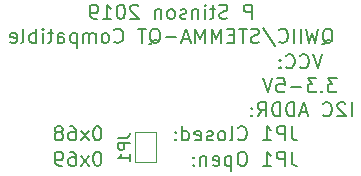
<source format=gbo>
G04 #@! TF.FileFunction,Legend,Bot*
%FSLAX46Y46*%
G04 Gerber Fmt 4.6, Leading zero omitted, Abs format (unit mm)*
G04 Created by KiCad (PCBNEW 4.0.7) date 08/23/19 12:17:46*
%MOMM*%
%LPD*%
G01*
G04 APERTURE LIST*
%ADD10C,0.100000*%
%ADD11C,0.200000*%
%ADD12C,0.120000*%
%ADD13C,0.150000*%
G04 APERTURE END LIST*
D10*
D11*
X143036714Y-108816857D02*
X142922429Y-108816857D01*
X142808143Y-108874000D01*
X142751000Y-108931143D01*
X142693857Y-109045429D01*
X142636714Y-109274000D01*
X142636714Y-109559714D01*
X142693857Y-109788286D01*
X142751000Y-109902571D01*
X142808143Y-109959714D01*
X142922429Y-110016857D01*
X143036714Y-110016857D01*
X143151000Y-109959714D01*
X143208143Y-109902571D01*
X143265286Y-109788286D01*
X143322429Y-109559714D01*
X143322429Y-109274000D01*
X143265286Y-109045429D01*
X143208143Y-108931143D01*
X143151000Y-108874000D01*
X143036714Y-108816857D01*
X142236714Y-110016857D02*
X141608143Y-109216857D01*
X142236714Y-109216857D02*
X141608143Y-110016857D01*
X140636714Y-108816857D02*
X140865285Y-108816857D01*
X140979571Y-108874000D01*
X141036714Y-108931143D01*
X141151000Y-109102571D01*
X141208143Y-109331143D01*
X141208143Y-109788286D01*
X141151000Y-109902571D01*
X141093857Y-109959714D01*
X140979571Y-110016857D01*
X140751000Y-110016857D01*
X140636714Y-109959714D01*
X140579571Y-109902571D01*
X140522428Y-109788286D01*
X140522428Y-109502571D01*
X140579571Y-109388286D01*
X140636714Y-109331143D01*
X140751000Y-109274000D01*
X140979571Y-109274000D01*
X141093857Y-109331143D01*
X141151000Y-109388286D01*
X141208143Y-109502571D01*
X139951000Y-110016857D02*
X139722428Y-110016857D01*
X139608143Y-109959714D01*
X139551000Y-109902571D01*
X139436714Y-109731143D01*
X139379571Y-109502571D01*
X139379571Y-109045429D01*
X139436714Y-108931143D01*
X139493857Y-108874000D01*
X139608143Y-108816857D01*
X139836714Y-108816857D01*
X139951000Y-108874000D01*
X140008143Y-108931143D01*
X140065286Y-109045429D01*
X140065286Y-109331143D01*
X140008143Y-109445429D01*
X139951000Y-109502571D01*
X139836714Y-109559714D01*
X139608143Y-109559714D01*
X139493857Y-109502571D01*
X139436714Y-109445429D01*
X139379571Y-109331143D01*
X143036714Y-106657857D02*
X142922429Y-106657857D01*
X142808143Y-106715000D01*
X142751000Y-106772143D01*
X142693857Y-106886429D01*
X142636714Y-107115000D01*
X142636714Y-107400714D01*
X142693857Y-107629286D01*
X142751000Y-107743571D01*
X142808143Y-107800714D01*
X142922429Y-107857857D01*
X143036714Y-107857857D01*
X143151000Y-107800714D01*
X143208143Y-107743571D01*
X143265286Y-107629286D01*
X143322429Y-107400714D01*
X143322429Y-107115000D01*
X143265286Y-106886429D01*
X143208143Y-106772143D01*
X143151000Y-106715000D01*
X143036714Y-106657857D01*
X142236714Y-107857857D02*
X141608143Y-107057857D01*
X142236714Y-107057857D02*
X141608143Y-107857857D01*
X140636714Y-106657857D02*
X140865285Y-106657857D01*
X140979571Y-106715000D01*
X141036714Y-106772143D01*
X141151000Y-106943571D01*
X141208143Y-107172143D01*
X141208143Y-107629286D01*
X141151000Y-107743571D01*
X141093857Y-107800714D01*
X140979571Y-107857857D01*
X140751000Y-107857857D01*
X140636714Y-107800714D01*
X140579571Y-107743571D01*
X140522428Y-107629286D01*
X140522428Y-107343571D01*
X140579571Y-107229286D01*
X140636714Y-107172143D01*
X140751000Y-107115000D01*
X140979571Y-107115000D01*
X141093857Y-107172143D01*
X141151000Y-107229286D01*
X141208143Y-107343571D01*
X139836714Y-107172143D02*
X139951000Y-107115000D01*
X140008143Y-107057857D01*
X140065286Y-106943571D01*
X140065286Y-106886429D01*
X140008143Y-106772143D01*
X139951000Y-106715000D01*
X139836714Y-106657857D01*
X139608143Y-106657857D01*
X139493857Y-106715000D01*
X139436714Y-106772143D01*
X139379571Y-106886429D01*
X139379571Y-106943571D01*
X139436714Y-107057857D01*
X139493857Y-107115000D01*
X139608143Y-107172143D01*
X139836714Y-107172143D01*
X139951000Y-107229286D01*
X140008143Y-107286429D01*
X140065286Y-107400714D01*
X140065286Y-107629286D01*
X140008143Y-107743571D01*
X139951000Y-107800714D01*
X139836714Y-107857857D01*
X139608143Y-107857857D01*
X139493857Y-107800714D01*
X139436714Y-107743571D01*
X139379571Y-107629286D01*
X139379571Y-107400714D01*
X139436714Y-107286429D01*
X139493857Y-107229286D01*
X139608143Y-107172143D01*
X159428857Y-106657857D02*
X159428857Y-107515000D01*
X159485999Y-107686429D01*
X159600285Y-107800714D01*
X159771714Y-107857857D01*
X159885999Y-107857857D01*
X158857428Y-107857857D02*
X158857428Y-106657857D01*
X158400285Y-106657857D01*
X158285999Y-106715000D01*
X158228856Y-106772143D01*
X158171713Y-106886429D01*
X158171713Y-107057857D01*
X158228856Y-107172143D01*
X158285999Y-107229286D01*
X158400285Y-107286429D01*
X158857428Y-107286429D01*
X157028856Y-107857857D02*
X157714571Y-107857857D01*
X157371713Y-107857857D02*
X157371713Y-106657857D01*
X157485999Y-106829286D01*
X157600285Y-106943571D01*
X157714571Y-107000714D01*
X154914570Y-107743571D02*
X154971713Y-107800714D01*
X155143142Y-107857857D01*
X155257428Y-107857857D01*
X155428856Y-107800714D01*
X155543142Y-107686429D01*
X155600285Y-107572143D01*
X155657428Y-107343571D01*
X155657428Y-107172143D01*
X155600285Y-106943571D01*
X155543142Y-106829286D01*
X155428856Y-106715000D01*
X155257428Y-106657857D01*
X155143142Y-106657857D01*
X154971713Y-106715000D01*
X154914570Y-106772143D01*
X154228856Y-107857857D02*
X154343142Y-107800714D01*
X154400285Y-107686429D01*
X154400285Y-106657857D01*
X153600285Y-107857857D02*
X153714571Y-107800714D01*
X153771714Y-107743571D01*
X153828857Y-107629286D01*
X153828857Y-107286429D01*
X153771714Y-107172143D01*
X153714571Y-107115000D01*
X153600285Y-107057857D01*
X153428857Y-107057857D01*
X153314571Y-107115000D01*
X153257428Y-107172143D01*
X153200285Y-107286429D01*
X153200285Y-107629286D01*
X153257428Y-107743571D01*
X153314571Y-107800714D01*
X153428857Y-107857857D01*
X153600285Y-107857857D01*
X152743143Y-107800714D02*
X152628857Y-107857857D01*
X152400285Y-107857857D01*
X152286000Y-107800714D01*
X152228857Y-107686429D01*
X152228857Y-107629286D01*
X152286000Y-107515000D01*
X152400285Y-107457857D01*
X152571714Y-107457857D01*
X152686000Y-107400714D01*
X152743143Y-107286429D01*
X152743143Y-107229286D01*
X152686000Y-107115000D01*
X152571714Y-107057857D01*
X152400285Y-107057857D01*
X152286000Y-107115000D01*
X151257428Y-107800714D02*
X151371714Y-107857857D01*
X151600285Y-107857857D01*
X151714571Y-107800714D01*
X151771714Y-107686429D01*
X151771714Y-107229286D01*
X151714571Y-107115000D01*
X151600285Y-107057857D01*
X151371714Y-107057857D01*
X151257428Y-107115000D01*
X151200285Y-107229286D01*
X151200285Y-107343571D01*
X151771714Y-107457857D01*
X150171714Y-107857857D02*
X150171714Y-106657857D01*
X150171714Y-107800714D02*
X150286000Y-107857857D01*
X150514571Y-107857857D01*
X150628857Y-107800714D01*
X150686000Y-107743571D01*
X150743143Y-107629286D01*
X150743143Y-107286429D01*
X150686000Y-107172143D01*
X150628857Y-107115000D01*
X150514571Y-107057857D01*
X150286000Y-107057857D01*
X150171714Y-107115000D01*
X149600286Y-107743571D02*
X149543143Y-107800714D01*
X149600286Y-107857857D01*
X149657429Y-107800714D01*
X149600286Y-107743571D01*
X149600286Y-107857857D01*
X149600286Y-107115000D02*
X149543143Y-107172143D01*
X149600286Y-107229286D01*
X149657429Y-107172143D01*
X149600286Y-107115000D01*
X149600286Y-107229286D01*
X159419429Y-108816857D02*
X159419429Y-109674000D01*
X159476571Y-109845429D01*
X159590857Y-109959714D01*
X159762286Y-110016857D01*
X159876571Y-110016857D01*
X158848000Y-110016857D02*
X158848000Y-108816857D01*
X158390857Y-108816857D01*
X158276571Y-108874000D01*
X158219428Y-108931143D01*
X158162285Y-109045429D01*
X158162285Y-109216857D01*
X158219428Y-109331143D01*
X158276571Y-109388286D01*
X158390857Y-109445429D01*
X158848000Y-109445429D01*
X157019428Y-110016857D02*
X157705143Y-110016857D01*
X157362285Y-110016857D02*
X157362285Y-108816857D01*
X157476571Y-108988286D01*
X157590857Y-109102571D01*
X157705143Y-109159714D01*
X155362285Y-108816857D02*
X155133714Y-108816857D01*
X155019428Y-108874000D01*
X154905142Y-108988286D01*
X154848000Y-109216857D01*
X154848000Y-109616857D01*
X154905142Y-109845429D01*
X155019428Y-109959714D01*
X155133714Y-110016857D01*
X155362285Y-110016857D01*
X155476571Y-109959714D01*
X155590857Y-109845429D01*
X155648000Y-109616857D01*
X155648000Y-109216857D01*
X155590857Y-108988286D01*
X155476571Y-108874000D01*
X155362285Y-108816857D01*
X154333714Y-109216857D02*
X154333714Y-110416857D01*
X154333714Y-109274000D02*
X154219428Y-109216857D01*
X153990857Y-109216857D01*
X153876571Y-109274000D01*
X153819428Y-109331143D01*
X153762285Y-109445429D01*
X153762285Y-109788286D01*
X153819428Y-109902571D01*
X153876571Y-109959714D01*
X153990857Y-110016857D01*
X154219428Y-110016857D01*
X154333714Y-109959714D01*
X152790857Y-109959714D02*
X152905143Y-110016857D01*
X153133714Y-110016857D01*
X153248000Y-109959714D01*
X153305143Y-109845429D01*
X153305143Y-109388286D01*
X153248000Y-109274000D01*
X153133714Y-109216857D01*
X152905143Y-109216857D01*
X152790857Y-109274000D01*
X152733714Y-109388286D01*
X152733714Y-109502571D01*
X153305143Y-109616857D01*
X152219429Y-109216857D02*
X152219429Y-110016857D01*
X152219429Y-109331143D02*
X152162286Y-109274000D01*
X152048000Y-109216857D01*
X151876572Y-109216857D01*
X151762286Y-109274000D01*
X151705143Y-109388286D01*
X151705143Y-110016857D01*
X151133715Y-109902571D02*
X151076572Y-109959714D01*
X151133715Y-110016857D01*
X151190858Y-109959714D01*
X151133715Y-109902571D01*
X151133715Y-110016857D01*
X151133715Y-109274000D02*
X151076572Y-109331143D01*
X151133715Y-109388286D01*
X151190858Y-109331143D01*
X151133715Y-109274000D01*
X151133715Y-109388286D01*
X164502572Y-105825857D02*
X164502572Y-104625857D01*
X163988286Y-104740143D02*
X163931143Y-104683000D01*
X163816857Y-104625857D01*
X163531143Y-104625857D01*
X163416857Y-104683000D01*
X163359714Y-104740143D01*
X163302571Y-104854429D01*
X163302571Y-104968714D01*
X163359714Y-105140143D01*
X164045428Y-105825857D01*
X163302571Y-105825857D01*
X162102571Y-105711571D02*
X162159714Y-105768714D01*
X162331143Y-105825857D01*
X162445429Y-105825857D01*
X162616857Y-105768714D01*
X162731143Y-105654429D01*
X162788286Y-105540143D01*
X162845429Y-105311571D01*
X162845429Y-105140143D01*
X162788286Y-104911571D01*
X162731143Y-104797286D01*
X162616857Y-104683000D01*
X162445429Y-104625857D01*
X162331143Y-104625857D01*
X162159714Y-104683000D01*
X162102571Y-104740143D01*
X160731143Y-105483000D02*
X160159714Y-105483000D01*
X160845428Y-105825857D02*
X160445428Y-104625857D01*
X160045428Y-105825857D01*
X159645429Y-105825857D02*
X159645429Y-104625857D01*
X159359714Y-104625857D01*
X159188286Y-104683000D01*
X159074000Y-104797286D01*
X159016857Y-104911571D01*
X158959714Y-105140143D01*
X158959714Y-105311571D01*
X159016857Y-105540143D01*
X159074000Y-105654429D01*
X159188286Y-105768714D01*
X159359714Y-105825857D01*
X159645429Y-105825857D01*
X158445429Y-105825857D02*
X158445429Y-104625857D01*
X158159714Y-104625857D01*
X157988286Y-104683000D01*
X157874000Y-104797286D01*
X157816857Y-104911571D01*
X157759714Y-105140143D01*
X157759714Y-105311571D01*
X157816857Y-105540143D01*
X157874000Y-105654429D01*
X157988286Y-105768714D01*
X158159714Y-105825857D01*
X158445429Y-105825857D01*
X156559714Y-105825857D02*
X156959714Y-105254429D01*
X157245429Y-105825857D02*
X157245429Y-104625857D01*
X156788286Y-104625857D01*
X156674000Y-104683000D01*
X156616857Y-104740143D01*
X156559714Y-104854429D01*
X156559714Y-105025857D01*
X156616857Y-105140143D01*
X156674000Y-105197286D01*
X156788286Y-105254429D01*
X157245429Y-105254429D01*
X156045429Y-105711571D02*
X155988286Y-105768714D01*
X156045429Y-105825857D01*
X156102572Y-105768714D01*
X156045429Y-105711571D01*
X156045429Y-105825857D01*
X156045429Y-105083000D02*
X155988286Y-105140143D01*
X156045429Y-105197286D01*
X156102572Y-105140143D01*
X156045429Y-105083000D01*
X156045429Y-105197286D01*
X163232713Y-102593857D02*
X162489856Y-102593857D01*
X162889856Y-103051000D01*
X162718428Y-103051000D01*
X162604142Y-103108143D01*
X162546999Y-103165286D01*
X162489856Y-103279571D01*
X162489856Y-103565286D01*
X162546999Y-103679571D01*
X162604142Y-103736714D01*
X162718428Y-103793857D01*
X163061285Y-103793857D01*
X163175571Y-103736714D01*
X163232713Y-103679571D01*
X161975571Y-103679571D02*
X161918428Y-103736714D01*
X161975571Y-103793857D01*
X162032714Y-103736714D01*
X161975571Y-103679571D01*
X161975571Y-103793857D01*
X161518427Y-102593857D02*
X160775570Y-102593857D01*
X161175570Y-103051000D01*
X161004142Y-103051000D01*
X160889856Y-103108143D01*
X160832713Y-103165286D01*
X160775570Y-103279571D01*
X160775570Y-103565286D01*
X160832713Y-103679571D01*
X160889856Y-103736714D01*
X161004142Y-103793857D01*
X161346999Y-103793857D01*
X161461285Y-103736714D01*
X161518427Y-103679571D01*
X160261285Y-103336714D02*
X159346999Y-103336714D01*
X158204142Y-102593857D02*
X158775571Y-102593857D01*
X158832714Y-103165286D01*
X158775571Y-103108143D01*
X158661285Y-103051000D01*
X158375571Y-103051000D01*
X158261285Y-103108143D01*
X158204142Y-103165286D01*
X158146999Y-103279571D01*
X158146999Y-103565286D01*
X158204142Y-103679571D01*
X158261285Y-103736714D01*
X158375571Y-103793857D01*
X158661285Y-103793857D01*
X158775571Y-103736714D01*
X158832714Y-103679571D01*
X157804142Y-102593857D02*
X157404142Y-103793857D01*
X157004142Y-102593857D01*
X162032714Y-100561857D02*
X161632714Y-101761857D01*
X161232714Y-100561857D01*
X160147000Y-101647571D02*
X160204143Y-101704714D01*
X160375572Y-101761857D01*
X160489858Y-101761857D01*
X160661286Y-101704714D01*
X160775572Y-101590429D01*
X160832715Y-101476143D01*
X160889858Y-101247571D01*
X160889858Y-101076143D01*
X160832715Y-100847571D01*
X160775572Y-100733286D01*
X160661286Y-100619000D01*
X160489858Y-100561857D01*
X160375572Y-100561857D01*
X160204143Y-100619000D01*
X160147000Y-100676143D01*
X158947000Y-101647571D02*
X159004143Y-101704714D01*
X159175572Y-101761857D01*
X159289858Y-101761857D01*
X159461286Y-101704714D01*
X159575572Y-101590429D01*
X159632715Y-101476143D01*
X159689858Y-101247571D01*
X159689858Y-101076143D01*
X159632715Y-100847571D01*
X159575572Y-100733286D01*
X159461286Y-100619000D01*
X159289858Y-100561857D01*
X159175572Y-100561857D01*
X159004143Y-100619000D01*
X158947000Y-100676143D01*
X158432715Y-101647571D02*
X158375572Y-101704714D01*
X158432715Y-101761857D01*
X158489858Y-101704714D01*
X158432715Y-101647571D01*
X158432715Y-101761857D01*
X158432715Y-101019000D02*
X158375572Y-101076143D01*
X158432715Y-101133286D01*
X158489858Y-101076143D01*
X158432715Y-101019000D01*
X158432715Y-101133286D01*
X162025000Y-99717143D02*
X162139285Y-99660000D01*
X162253571Y-99545714D01*
X162425000Y-99374286D01*
X162539285Y-99317143D01*
X162653571Y-99317143D01*
X162596428Y-99602857D02*
X162710714Y-99545714D01*
X162825000Y-99431429D01*
X162882143Y-99202857D01*
X162882143Y-98802857D01*
X162825000Y-98574286D01*
X162710714Y-98460000D01*
X162596428Y-98402857D01*
X162367857Y-98402857D01*
X162253571Y-98460000D01*
X162139285Y-98574286D01*
X162082143Y-98802857D01*
X162082143Y-99202857D01*
X162139285Y-99431429D01*
X162253571Y-99545714D01*
X162367857Y-99602857D01*
X162596428Y-99602857D01*
X161682142Y-98402857D02*
X161396428Y-99602857D01*
X161167857Y-98745714D01*
X160939285Y-99602857D01*
X160653571Y-98402857D01*
X160196428Y-99602857D02*
X160196428Y-98402857D01*
X159624999Y-99602857D02*
X159624999Y-98402857D01*
X158367855Y-99488571D02*
X158424998Y-99545714D01*
X158596427Y-99602857D01*
X158710713Y-99602857D01*
X158882141Y-99545714D01*
X158996427Y-99431429D01*
X159053570Y-99317143D01*
X159110713Y-99088571D01*
X159110713Y-98917143D01*
X159053570Y-98688571D01*
X158996427Y-98574286D01*
X158882141Y-98460000D01*
X158710713Y-98402857D01*
X158596427Y-98402857D01*
X158424998Y-98460000D01*
X158367855Y-98517143D01*
X156996427Y-98345714D02*
X158024998Y-99888571D01*
X156653570Y-99545714D02*
X156482141Y-99602857D01*
X156196427Y-99602857D01*
X156082141Y-99545714D01*
X156024998Y-99488571D01*
X155967855Y-99374286D01*
X155967855Y-99260000D01*
X156024998Y-99145714D01*
X156082141Y-99088571D01*
X156196427Y-99031429D01*
X156424998Y-98974286D01*
X156539284Y-98917143D01*
X156596427Y-98860000D01*
X156653570Y-98745714D01*
X156653570Y-98631429D01*
X156596427Y-98517143D01*
X156539284Y-98460000D01*
X156424998Y-98402857D01*
X156139284Y-98402857D01*
X155967855Y-98460000D01*
X155624998Y-98402857D02*
X154939284Y-98402857D01*
X155282141Y-99602857D02*
X155282141Y-98402857D01*
X154539284Y-98974286D02*
X154139284Y-98974286D01*
X153967855Y-99602857D02*
X154539284Y-99602857D01*
X154539284Y-98402857D01*
X153967855Y-98402857D01*
X153453570Y-99602857D02*
X153453570Y-98402857D01*
X153053570Y-99260000D01*
X152653570Y-98402857D01*
X152653570Y-99602857D01*
X152082141Y-99602857D02*
X152082141Y-98402857D01*
X151682141Y-99260000D01*
X151282141Y-98402857D01*
X151282141Y-99602857D01*
X150767855Y-99260000D02*
X150196426Y-99260000D01*
X150882140Y-99602857D02*
X150482140Y-98402857D01*
X150082140Y-99602857D01*
X149682141Y-99145714D02*
X148767855Y-99145714D01*
X147396427Y-99717143D02*
X147510712Y-99660000D01*
X147624998Y-99545714D01*
X147796427Y-99374286D01*
X147910712Y-99317143D01*
X148024998Y-99317143D01*
X147967855Y-99602857D02*
X148082141Y-99545714D01*
X148196427Y-99431429D01*
X148253570Y-99202857D01*
X148253570Y-98802857D01*
X148196427Y-98574286D01*
X148082141Y-98460000D01*
X147967855Y-98402857D01*
X147739284Y-98402857D01*
X147624998Y-98460000D01*
X147510712Y-98574286D01*
X147453570Y-98802857D01*
X147453570Y-99202857D01*
X147510712Y-99431429D01*
X147624998Y-99545714D01*
X147739284Y-99602857D01*
X147967855Y-99602857D01*
X147110712Y-98402857D02*
X146424998Y-98402857D01*
X146767855Y-99602857D02*
X146767855Y-98402857D01*
X144424997Y-99488571D02*
X144482140Y-99545714D01*
X144653569Y-99602857D01*
X144767855Y-99602857D01*
X144939283Y-99545714D01*
X145053569Y-99431429D01*
X145110712Y-99317143D01*
X145167855Y-99088571D01*
X145167855Y-98917143D01*
X145110712Y-98688571D01*
X145053569Y-98574286D01*
X144939283Y-98460000D01*
X144767855Y-98402857D01*
X144653569Y-98402857D01*
X144482140Y-98460000D01*
X144424997Y-98517143D01*
X143739283Y-99602857D02*
X143853569Y-99545714D01*
X143910712Y-99488571D01*
X143967855Y-99374286D01*
X143967855Y-99031429D01*
X143910712Y-98917143D01*
X143853569Y-98860000D01*
X143739283Y-98802857D01*
X143567855Y-98802857D01*
X143453569Y-98860000D01*
X143396426Y-98917143D01*
X143339283Y-99031429D01*
X143339283Y-99374286D01*
X143396426Y-99488571D01*
X143453569Y-99545714D01*
X143567855Y-99602857D01*
X143739283Y-99602857D01*
X142824998Y-99602857D02*
X142824998Y-98802857D01*
X142824998Y-98917143D02*
X142767855Y-98860000D01*
X142653569Y-98802857D01*
X142482141Y-98802857D01*
X142367855Y-98860000D01*
X142310712Y-98974286D01*
X142310712Y-99602857D01*
X142310712Y-98974286D02*
X142253569Y-98860000D01*
X142139283Y-98802857D01*
X141967855Y-98802857D01*
X141853569Y-98860000D01*
X141796426Y-98974286D01*
X141796426Y-99602857D01*
X141224998Y-98802857D02*
X141224998Y-100002857D01*
X141224998Y-98860000D02*
X141110712Y-98802857D01*
X140882141Y-98802857D01*
X140767855Y-98860000D01*
X140710712Y-98917143D01*
X140653569Y-99031429D01*
X140653569Y-99374286D01*
X140710712Y-99488571D01*
X140767855Y-99545714D01*
X140882141Y-99602857D01*
X141110712Y-99602857D01*
X141224998Y-99545714D01*
X139624998Y-99602857D02*
X139624998Y-98974286D01*
X139682141Y-98860000D01*
X139796427Y-98802857D01*
X140024998Y-98802857D01*
X140139284Y-98860000D01*
X139624998Y-99545714D02*
X139739284Y-99602857D01*
X140024998Y-99602857D01*
X140139284Y-99545714D01*
X140196427Y-99431429D01*
X140196427Y-99317143D01*
X140139284Y-99202857D01*
X140024998Y-99145714D01*
X139739284Y-99145714D01*
X139624998Y-99088571D01*
X139224998Y-98802857D02*
X138767855Y-98802857D01*
X139053570Y-98402857D02*
X139053570Y-99431429D01*
X138996427Y-99545714D01*
X138882141Y-99602857D01*
X138767855Y-99602857D01*
X138367856Y-99602857D02*
X138367856Y-98802857D01*
X138367856Y-98402857D02*
X138424999Y-98460000D01*
X138367856Y-98517143D01*
X138310713Y-98460000D01*
X138367856Y-98402857D01*
X138367856Y-98517143D01*
X137796427Y-99602857D02*
X137796427Y-98402857D01*
X137796427Y-98860000D02*
X137682141Y-98802857D01*
X137453570Y-98802857D01*
X137339284Y-98860000D01*
X137282141Y-98917143D01*
X137224998Y-99031429D01*
X137224998Y-99374286D01*
X137282141Y-99488571D01*
X137339284Y-99545714D01*
X137453570Y-99602857D01*
X137682141Y-99602857D01*
X137796427Y-99545714D01*
X136539284Y-99602857D02*
X136653570Y-99545714D01*
X136710713Y-99431429D01*
X136710713Y-98402857D01*
X135624999Y-99545714D02*
X135739285Y-99602857D01*
X135967856Y-99602857D01*
X136082142Y-99545714D01*
X136139285Y-99431429D01*
X136139285Y-98974286D01*
X136082142Y-98860000D01*
X135967856Y-98802857D01*
X135739285Y-98802857D01*
X135624999Y-98860000D01*
X135567856Y-98974286D01*
X135567856Y-99088571D01*
X136139285Y-99202857D01*
X156053571Y-97570857D02*
X156053571Y-96370857D01*
X155596428Y-96370857D01*
X155482142Y-96428000D01*
X155424999Y-96485143D01*
X155367856Y-96599429D01*
X155367856Y-96770857D01*
X155424999Y-96885143D01*
X155482142Y-96942286D01*
X155596428Y-96999429D01*
X156053571Y-96999429D01*
X153996428Y-97513714D02*
X153824999Y-97570857D01*
X153539285Y-97570857D01*
X153424999Y-97513714D01*
X153367856Y-97456571D01*
X153310713Y-97342286D01*
X153310713Y-97228000D01*
X153367856Y-97113714D01*
X153424999Y-97056571D01*
X153539285Y-96999429D01*
X153767856Y-96942286D01*
X153882142Y-96885143D01*
X153939285Y-96828000D01*
X153996428Y-96713714D01*
X153996428Y-96599429D01*
X153939285Y-96485143D01*
X153882142Y-96428000D01*
X153767856Y-96370857D01*
X153482142Y-96370857D01*
X153310713Y-96428000D01*
X152967856Y-96770857D02*
X152510713Y-96770857D01*
X152796428Y-96370857D02*
X152796428Y-97399429D01*
X152739285Y-97513714D01*
X152624999Y-97570857D01*
X152510713Y-97570857D01*
X152110714Y-97570857D02*
X152110714Y-96770857D01*
X152110714Y-96370857D02*
X152167857Y-96428000D01*
X152110714Y-96485143D01*
X152053571Y-96428000D01*
X152110714Y-96370857D01*
X152110714Y-96485143D01*
X151539285Y-96770857D02*
X151539285Y-97570857D01*
X151539285Y-96885143D02*
X151482142Y-96828000D01*
X151367856Y-96770857D01*
X151196428Y-96770857D01*
X151082142Y-96828000D01*
X151024999Y-96942286D01*
X151024999Y-97570857D01*
X150510714Y-97513714D02*
X150396428Y-97570857D01*
X150167856Y-97570857D01*
X150053571Y-97513714D01*
X149996428Y-97399429D01*
X149996428Y-97342286D01*
X150053571Y-97228000D01*
X150167856Y-97170857D01*
X150339285Y-97170857D01*
X150453571Y-97113714D01*
X150510714Y-96999429D01*
X150510714Y-96942286D01*
X150453571Y-96828000D01*
X150339285Y-96770857D01*
X150167856Y-96770857D01*
X150053571Y-96828000D01*
X149310713Y-97570857D02*
X149424999Y-97513714D01*
X149482142Y-97456571D01*
X149539285Y-97342286D01*
X149539285Y-96999429D01*
X149482142Y-96885143D01*
X149424999Y-96828000D01*
X149310713Y-96770857D01*
X149139285Y-96770857D01*
X149024999Y-96828000D01*
X148967856Y-96885143D01*
X148910713Y-96999429D01*
X148910713Y-97342286D01*
X148967856Y-97456571D01*
X149024999Y-97513714D01*
X149139285Y-97570857D01*
X149310713Y-97570857D01*
X148396428Y-96770857D02*
X148396428Y-97570857D01*
X148396428Y-96885143D02*
X148339285Y-96828000D01*
X148224999Y-96770857D01*
X148053571Y-96770857D01*
X147939285Y-96828000D01*
X147882142Y-96942286D01*
X147882142Y-97570857D01*
X146453571Y-96485143D02*
X146396428Y-96428000D01*
X146282142Y-96370857D01*
X145996428Y-96370857D01*
X145882142Y-96428000D01*
X145824999Y-96485143D01*
X145767856Y-96599429D01*
X145767856Y-96713714D01*
X145824999Y-96885143D01*
X146510713Y-97570857D01*
X145767856Y-97570857D01*
X145024999Y-96370857D02*
X144910714Y-96370857D01*
X144796428Y-96428000D01*
X144739285Y-96485143D01*
X144682142Y-96599429D01*
X144624999Y-96828000D01*
X144624999Y-97113714D01*
X144682142Y-97342286D01*
X144739285Y-97456571D01*
X144796428Y-97513714D01*
X144910714Y-97570857D01*
X145024999Y-97570857D01*
X145139285Y-97513714D01*
X145196428Y-97456571D01*
X145253571Y-97342286D01*
X145310714Y-97113714D01*
X145310714Y-96828000D01*
X145253571Y-96599429D01*
X145196428Y-96485143D01*
X145139285Y-96428000D01*
X145024999Y-96370857D01*
X143482142Y-97570857D02*
X144167857Y-97570857D01*
X143824999Y-97570857D02*
X143824999Y-96370857D01*
X143939285Y-96542286D01*
X144053571Y-96656571D01*
X144167857Y-96713714D01*
X142910714Y-97570857D02*
X142682142Y-97570857D01*
X142567857Y-97513714D01*
X142510714Y-97456571D01*
X142396428Y-97285143D01*
X142339285Y-97056571D01*
X142339285Y-96599429D01*
X142396428Y-96485143D01*
X142453571Y-96428000D01*
X142567857Y-96370857D01*
X142796428Y-96370857D01*
X142910714Y-96428000D01*
X142967857Y-96485143D01*
X143025000Y-96599429D01*
X143025000Y-96885143D01*
X142967857Y-96999429D01*
X142910714Y-97056571D01*
X142796428Y-97113714D01*
X142567857Y-97113714D01*
X142453571Y-97056571D01*
X142396428Y-96999429D01*
X142339285Y-96885143D01*
D12*
X147956000Y-107188000D02*
X147956000Y-109728000D01*
X146176000Y-109728000D02*
X146176000Y-107188000D01*
X146176000Y-109728000D02*
X147956000Y-109728000D01*
X147956000Y-107188000D02*
X146176000Y-107188000D01*
D13*
X144738381Y-107624667D02*
X145452667Y-107624667D01*
X145595524Y-107577047D01*
X145690762Y-107481809D01*
X145738381Y-107338952D01*
X145738381Y-107243714D01*
X145738381Y-108100857D02*
X144738381Y-108100857D01*
X144738381Y-108481810D01*
X144786000Y-108577048D01*
X144833619Y-108624667D01*
X144928857Y-108672286D01*
X145071714Y-108672286D01*
X145166952Y-108624667D01*
X145214571Y-108577048D01*
X145262190Y-108481810D01*
X145262190Y-108100857D01*
X145738381Y-109624667D02*
X145738381Y-109053238D01*
X145738381Y-109338952D02*
X144738381Y-109338952D01*
X144881238Y-109243714D01*
X144976476Y-109148476D01*
X145024095Y-109053238D01*
M02*

</source>
